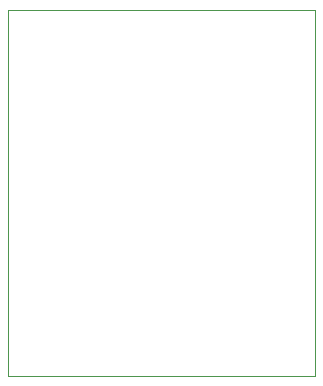
<source format=gko>
G04*
G04 #@! TF.GenerationSoftware,Altium Limited,Altium Designer,20.0.11 (256)*
G04*
G04 Layer_Color=16711935*
%FSLAX25Y25*%
%MOIN*%
G70*
G01*
G75*
%ADD13C,0.00394*%
D13*
X-5906Y116142D02*
X-5906Y-5906D01*
X-5906Y116142D02*
X96457D01*
X96457Y-5906D01*
X-5906D02*
X96457D01*
M02*

</source>
